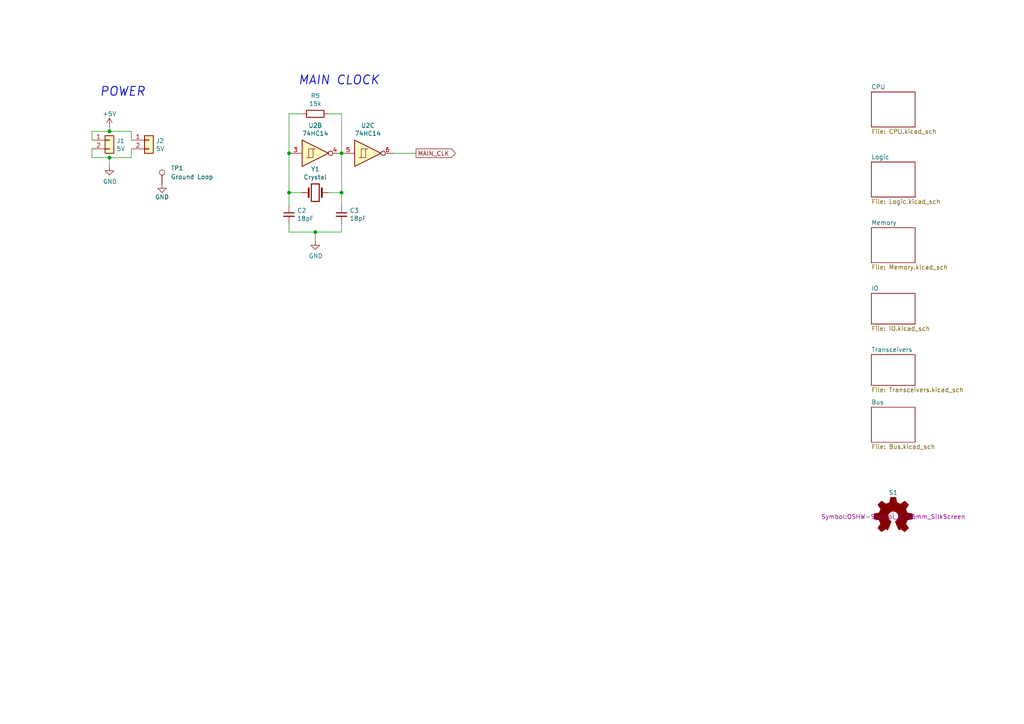
<source format=kicad_sch>
(kicad_sch (version 20231120) (generator "eeschema") (generator_version "8.0")
  (paper "A4")
  (title_block (title "k30p-VME") (rev "1"))
  (lib_symbols
    (symbol "74xx:74HC14" (pin_names (offset 1.016))
      (property "Reference" "U" (at 0 1.27 0))
      (property "Value" "74HC14" (at 0 -1.27 0))
      (symbol "74HC14_1_0"
        (polyline (pts (xy -3.81 3.81) (xy -3.81 -3.81) (xy 3.81 0) (xy -3.81 3.81)) (stroke (width 0.254)) (fill (type background)))
        (pin input line (at -7.62 0 0) (length 3.81) (name "~") (number "1"))
        (pin output inverted (at 7.62 0 180) (length 3.81) (name "~") (number "2"))
      )
      (symbol "74HC14_1_1"
        (polyline (pts (xy -1.905 -1.27) (xy -1.905 1.27) (xy -0.635 1.27)))
        (polyline (pts (xy -2.54 -1.27) (xy -0.635 -1.27) (xy -0.635 1.27) (xy 0 1.27)))
      )
      (symbol "74HC14_2_0"
        (polyline (pts (xy -3.81 3.81) (xy -3.81 -3.81) (xy 3.81 0) (xy -3.81 3.81)) (stroke (width 0.254)) (fill (type background)))
        (pin input line (at -7.62 0 0) (length 3.81) (name "~") (number "3"))
        (pin output inverted (at 7.62 0 180) (length 3.81) (name "~") (number "4"))
      )
      (symbol "74HC14_2_1"
        (polyline (pts (xy -1.905 -1.27) (xy -1.905 1.27) (xy -0.635 1.27)))
        (polyline (pts (xy -2.54 -1.27) (xy -0.635 -1.27) (xy -0.635 1.27) (xy 0 1.27)))
      )
      (symbol "74HC14_3_0"
        (polyline (pts (xy -3.81 3.81) (xy -3.81 -3.81) (xy 3.81 0) (xy -3.81 3.81)) (stroke (width 0.254)) (fill (type background)))
        (pin input line (at -7.62 0 0) (length 3.81) (name "~") (number "5"))
        (pin output inverted (at 7.62 0 180) (length 3.81) (name "~") (number "6"))
      )
      (symbol "74HC14_3_1"
        (polyline (pts (xy -1.905 -1.27) (xy -1.905 1.27) (xy -0.635 1.27)))
        (polyline (pts (xy -2.54 -1.27) (xy -0.635 -1.27) (xy -0.635 1.27) (xy 0 1.27)))
      )
      (symbol "74HC14_4_0"
        (polyline (pts (xy -3.81 3.81) (xy -3.81 -3.81) (xy 3.81 0) (xy -3.81 3.81)) (stroke (width 0.254)) (fill (type background)))
        (pin output inverted (at 7.62 0 180) (length 3.81) (name "~") (number "8"))
        (pin input line (at -7.62 0 0) (length 3.81) (name "~") (number "9"))
      )
      (symbol "74HC14_4_1"
        (polyline (pts (xy -1.905 -1.27) (xy -1.905 1.27) (xy -0.635 1.27)))
        (polyline (pts (xy -2.54 -1.27) (xy -0.635 -1.27) (xy -0.635 1.27) (xy 0 1.27)))
      )
      (symbol "74HC14_5_0"
        (polyline (pts (xy -3.81 3.81) (xy -3.81 -3.81) (xy 3.81 0) (xy -3.81 3.81)) (stroke (width 0.254)) (fill (type background)))
        (pin output inverted (at 7.62 0 180) (length 3.81) (name "~") (number "10"))
        (pin input line (at -7.62 0 0) (length 3.81) (name "~") (number "11"))
      )
      (symbol "74HC14_5_1"
        (polyline (pts (xy -1.905 -1.27) (xy -1.905 1.27) (xy -0.635 1.27)))
        (polyline (pts (xy -2.54 -1.27) (xy -0.635 -1.27) (xy -0.635 1.27) (xy 0 1.27)))
      )
      (symbol "74HC14_6_0"
        (polyline (pts (xy -3.81 3.81) (xy -3.81 -3.81) (xy 3.81 0) (xy -3.81 3.81)) (stroke (width 0.254)) (fill (type background)))
        (pin output inverted (at 7.62 0 180) (length 3.81) (name "~") (number "12"))
        (pin input line (at -7.62 0 0) (length 3.81) (name "~") (number "13"))
      )
      (symbol "74HC14_6_1"
        (polyline (pts (xy -1.905 -1.27) (xy -1.905 1.27) (xy -0.635 1.27)))
        (polyline (pts (xy -2.54 -1.27) (xy -0.635 -1.27) (xy -0.635 1.27) (xy 0 1.27)))
      )
      (symbol "74HC14_7_0"
        (pin power_in line (at 0 12.7 270) (length 5.08) (name "VCC") (number "14"))
        (pin power_in line (at 0 -12.7 90) (length 5.08) (name "GND") (number "7"))
      )
      (symbol "74HC14_7_1"
        (rectangle (start -5.08 7.62) (end 5.08 -7.62) (stroke (width 0.254)) (fill (type background)))
      )
    )
    (symbol "Connector:TestPoint" (pin_numbers hide) (pin_names (offset 0.762) hide)
      (property "Reference" "TP" (at 0 6.858 0))
      (property "Value" "TestPoint" (at 0 5.08 0))
      (symbol "TestPoint_0_1"
        (circle (center 0 3.302) (radius 0.762))
      )
      (symbol "TestPoint_1_1"
        (pin passive line (at 0 0 90) (length 2.54) (name "1") (number "1"))
      )
    )
    (symbol "Connector_Generic:Conn_01x02" (pin_names (offset 1.016) hide)
      (property "Reference" "J" (at 0 2.54 0))
      (property "Value" "Conn_01x02" (at 0 -5.08 0))
      (symbol "Conn_01x02_1_1"
        (rectangle (start -1.27 -2.413) (end 0 -2.667) (stroke (width 0.1524)))
        (rectangle (start -1.27 0.127) (end 0 -0.127) (stroke (width 0.1524)))
        (rectangle (start -1.27 1.27) (end 1.27 -3.81) (stroke (width 0.254)) (fill (type background)))
        (pin passive line (at -5.08 0 0) (length 3.81) (name "Pin_1") (number "1"))
        (pin passive line (at -5.08 -2.54 0) (length 3.81) (name "Pin_2") (number "2"))
      )
    )
    (symbol "Device:C_Small" (pin_numbers hide) (pin_names (offset 0.254) hide)
      (property "Reference" "C" (at 0.254 1.778 0))
      (property "Value" "C_Small" (at 0.254 -2.032 0))
      (symbol "C_Small_0_1"
        (polyline (pts (xy -1.524 -0.508) (xy 1.524 -0.508)) (stroke (width 0.3302)))
        (polyline (pts (xy -1.524 0.508) (xy 1.524 0.508)) (stroke (width 0.3048)))
      )
      (symbol "C_Small_1_1"
        (pin passive line (at 0 2.54 270) (length 2.032) (name "~") (number "1"))
        (pin passive line (at 0 -2.54 90) (length 2.032) (name "~") (number "2"))
      )
    )
    (symbol "Device:Crystal" (pin_numbers hide) (pin_names (offset 1.016) hide)
      (property "Reference" "Y" (at 0 3.81 0))
      (property "Value" "Crystal" (at 0 -3.81 0))
      (symbol "Crystal_0_1"
        (rectangle (start -1.143 2.54) (end 1.143 -2.54) (stroke (width 0.3048)))
        (polyline (pts (xy -2.54 0) (xy -1.905 0)))
        (polyline (pts (xy -1.905 -1.27) (xy -1.905 1.27)) (stroke (width 0.508)))
        (polyline (pts (xy 1.905 -1.27) (xy 1.905 1.27)) (stroke (width 0.508)))
        (polyline (pts (xy 2.54 0) (xy 1.905 0)))
      )
      (symbol "Crystal_1_1"
        (pin passive line (at -3.81 0 0) (length 1.27) (name "1") (number "1"))
        (pin passive line (at 3.81 0 180) (length 1.27) (name "2") (number "2"))
      )
    )
    (symbol "Device:R" (pin_numbers hide) (pin_names (offset 0))
      (property "Reference" "R" (at 2.032 0 90))
      (property "Value" "R" (at 0 0 90))
      (symbol "R_0_1"
        (rectangle (start -1.016 -2.54) (end 1.016 2.54) (stroke (width 0.254)))
      )
      (symbol "R_1_1"
        (pin passive line (at 0 3.81 270) (length 1.27) (name "~") (number "1"))
        (pin passive line (at 0 -3.81 90) (length 1.27) (name "~") (number "2"))
      )
    )
    (symbol "Graphic:Logo_Open_Hardware_Small" (in_bom no) (on_board no)
      (symbol "Logo_Open_Hardware_Small_0_1"
        (polyline (pts (xy 3.3528 -4.3434) (xy 3.302 -4.318) (xy 3.175 -4.2418) (xy 2.9972 -4.1148) (xy 2.7686 -3.9624) (xy 2.54 -3.81) (xy 2.3622 -3.7084) (xy 2.2352 -3.6068) (xy 2.1844 -3.5814) (xy 2.159 -3.6068) (xy 2.0574 -3.6576) (xy 1.905 -3.7338) (xy 1.8034 -3.7846) (xy 1.6764 -3.8354) (xy 1.6002 -3.8354) (xy 1.6002 -3.8354) (xy 1.5494 -3.7338) (xy 1.4732 -3.5306) (xy 1.3462 -3.302) (xy 1.2446 -3.0226) (xy 1.1176 -2.7178) (xy 0.9652 -2.413) (xy 0.8636 -2.1082) (xy 0.7366 -1.8288) (xy 0.6604 -1.6256) (xy 0.6096 -1.4732) (xy 0.5842 -1.397) (xy 0.5842 -1.397) (xy 0.6604 -1.3208) (xy 0.7874 -1.2446) (xy 1.0414 -1.016) (xy 1.2954 -0.6858) (xy 1.4478 -0.3302) (xy 1.524 0.0762) (xy 1.4732 0.4572) (xy 1.3208 0.8128) (xy 1.0668 1.143) (xy 0.762 1.3716) (xy 0.4064 1.524) (xy 0 1.5748) (xy -0.381 1.5494) (xy -0.7366 1.397) (xy -1.0668 1.143) (xy -1.2192 0.9906) (xy -1.397 0.6604) (xy -1.524 0.3048) (xy -1.524 0.2286) (xy -1.4986 -0.1778) (xy -1.397 -0.5334) (xy -1.1938 -0.8636) (xy -0.9144 -1.143) (xy -0.8636 -1.1684) (xy -0.7366 -1.27) (xy -0.635 -1.3462) (xy -0.5842 -1.397) (xy -1.0668 -2.5908) (xy -1.143 -2.794) (xy -1.2954 -3.1242) (xy -1.397 -3.4036) (xy -1.4986 -3.6322) (xy -1.5748 -3.7846) (xy -1.6002 -3.8354) (xy -1.6002 -3.8354) (xy -1.651 -3.8354) (xy -1.7272 -3.81) (xy -1.905 -3.7338) (xy -2.0066 -3.683) (xy -2.1336 -3.6068) (xy -2.2098 -3.5814) (xy -2.2606 -3.6068) (xy -2.3622 -3.683) (xy -2.54 -3.81) (xy -2.7686 -3.9624) (xy -2.9718 -4.0894) (xy -3.1496 -4.2164) (xy -3.302 -4.318) (xy -3.3528 -4.3434) (xy -3.3782 -4.3434) (xy -3.429 -4.318) (xy -3.5306 -4.2164) (xy -3.7084 -4.064) (xy -3.937 -3.8354) (xy -3.9624 -3.81) (xy -4.1656 -3.6068) (xy -4.318 -3.4544) (xy -4.4196 -3.3274) (xy -4.445 -3.2766) (xy -4.445 -3.2766) (xy -4.4196 -3.2258) (xy -4.318 -3.0734) (xy -4.2164 -2.8956) (xy -4.064 -2.667) (xy -3.6576 -2.0828) (xy -3.8862 -1.5494) (xy -3.937 -1.3716) (xy -4.0386 -1.1684) (xy -4.0894 -1.0414) (xy -4.1148 -0.9652) (xy -4.191 -0.9398) (xy -4.318 -0.9144) (xy -4.5466 -0.8636) (xy -4.8006 -0.8128) (xy -5.0546 -0.7874) (xy -5.2578 -0.7366) (xy -5.4356 -0.7112) (xy -5.5118 -0.6858) (xy -5.5118 -0.6858) (xy -5.5372 -0.635) (xy -5.5372 -0.5588) (xy -5.5372 -0.4318) (xy -5.5626 -0.2286) (xy -5.5626 0.0762) (xy -5.5626 0.127) (xy -5.5372 0.4064) (xy -5.5372 0.635) (xy -5.5372 0.762) (xy -5.5372 0.8382) (xy -5.5372 0.8382) (xy -5.461 0.8382) (xy -5.3086 0.889) (xy -5.08 0.9144) (xy -4.826 0.9652) (xy -4.8006 0.9906) (xy -4.5466 1.0414) (xy -4.318 1.0668) (xy -4.1656 1.1176) (xy -4.0894 1.143) (xy -4.0894 1.143) (xy -4.0386 1.2446) (xy -3.9624 1.4224) (xy -3.8608 1.6256) (xy -3.7846 1.8288) (xy -3.7084 2.0066) (xy -3.6576 2.159) (xy -3.6322 2.2098) (xy -3.6322 2.2098) (xy -3.683 2.286) (xy -3.7592 2.413) (xy -3.8862 2.5908) (xy -4.064 2.8194) (xy -4.064 2.8448) (xy -4.2164 3.0734) (xy -4.3434 3.2512) (xy -4.4196 3.3782) (xy -4.445 3.4544) (xy -4.445 3.4544) (xy -4.3942 3.5052) (xy -4.2926 3.6322) (xy -4.1148 3.81) (xy -3.937 4.0132) (xy -3.8608 4.064) (xy -3.6576 4.2926) (xy -3.5052 4.4196) (xy -3.4036 4.4958) (xy -3.3528 4.5212) (xy -3.3528 4.5212) (xy -3.302 4.4704) (xy -3.1496 4.3688) (xy -2.9718 4.2418) (xy -2.7432 4.0894) (xy -2.7178 4.0894) (xy -2.4892 3.937) (xy -2.3114 3.81) (xy -2.1844 3.7084) (xy -2.1336 3.683) (xy -2.1082 3.683) (xy -2.032 3.7084) (xy -1.8542 3.7592) (xy -1.6764 3.8354) (xy -1.4732 3.937) (xy -1.27 4.0132) (xy -1.143 4.064) (xy -1.0668 4.1148) (xy -1.0668 4.1148) (xy -1.0414 4.191) (xy -1.016 4.3434) (xy -0.9652 4.572) (xy -0.9144 4.8514) (xy -0.889 4.9022) (xy -0.8382 5.1562) (xy -0.8128 5.3848) (xy -0.7874 5.5372) (xy -0.762 5.588) (xy -0.7112 5.6134) (xy -0.5842 5.6134) (xy -0.4064 5.6134) (xy -0.1524 5.6134) (xy 0.0762 5.6134) (xy 0.3302 5.6134) (xy 0.5334 5.6134) (xy 0.6858 5.588) (xy 0.7366 5.588) (xy 0.7366 5.588) (xy 0.762 5.5118) (xy 0.8128 5.334) (xy 0.8382 5.1054) (xy 0.9144 4.826) (xy 0.9144 4.7752) (xy 0.9652 4.5212) (xy 1.016 4.2926) (xy 1.0414 4.1402) (xy 1.0668 4.0894) (xy 1.0668 4.0894) (xy 1.1938 4.0386) (xy 1.3716 3.9624) (xy 1.5748 3.8608) (xy 2.0828 3.6576) (xy 2.7178 4.0894) (xy 2.7686 4.1402) (xy 2.9972 4.2926) (xy 3.175 4.4196) (xy 3.302 4.4958) (xy 3.3782 4.5212) (xy 3.3782 4.5212) (xy 3.429 4.4704) (xy 3.556 4.3434) (xy 3.7338 4.191) (xy 3.9116 3.9878) (xy 4.064 3.8354) (xy 4.2418 3.6576) (xy 4.3434 3.556) (xy 4.4196 3.4798) (xy 4.4196 3.429) (xy 4.4196 3.4036) (xy 4.3942 3.3274) (xy 4.2926 3.2004) (xy 4.1656 2.9972) (xy 4.0132 2.794) (xy 3.8862 2.5908) (xy 3.7592 2.3876) (xy 3.6576 2.2352) (xy 3.6322 2.159) (xy 3.6322 2.1336) (xy 3.683 2.0066) (xy 3.7592 1.8288) (xy 3.8608 1.6002) (xy 4.064 1.1176) (xy 4.3942 1.0414) (xy 4.5974 1.016) (xy 4.8768 0.9652) (xy 5.1308 0.9144) (xy 5.5372 0.8382) (xy 5.5626 -0.6604) (xy 5.4864 -0.6858) (xy 5.4356 -0.6858) (xy 5.2832 -0.7366) (xy 5.0546 -0.762) (xy 4.8006 -0.8128) (xy 4.5974 -0.8636) (xy 4.3688 -0.9144) (xy 4.2164 -0.9398) (xy 4.1402 -0.9398) (xy 4.1148 -0.9652) (xy 4.064 -1.0668) (xy 3.9878 -1.2446) (xy 3.9116 -1.4478) (xy 3.81 -1.651) (xy 3.7338 -1.8542) (xy 3.683 -2.0066) (xy 3.6576 -2.0828) (xy 3.683 -2.1336) (xy 3.7846 -2.2606) (xy 3.8862 -2.4638) (xy 4.0386 -2.667) (xy 4.191 -2.8956) (xy 4.318 -3.0734) (xy 4.3942 -3.2004) (xy 4.445 -3.2766) (xy 4.4196 -3.3274) (xy 4.3434 -3.429) (xy 4.1656 -3.5814) (xy 3.937 -3.8354) (xy 3.8862 -3.8608) (xy 3.683 -4.064) (xy 3.5306 -4.2164) (xy 3.4036 -4.318) (xy 3.3528 -4.3434)) (fill (type outline)))
      )
    )
    (symbol "power:+5V" (power) (pin_names (offset 0))
      (property "Value" "+5V" (at 0 3.556 0))
      (symbol "+5V_0_1"
        (polyline (pts (xy -0.762 1.27) (xy 0 2.54)))
        (polyline (pts (xy 0 0) (xy 0 2.54)))
        (polyline (pts (xy 0 2.54) (xy 0.762 1.27)))
      )
      (symbol "+5V_1_1"
        (pin power_in line (at 0 0 90) (length 0) hide (name "+5V") (number "1"))
      )
    )
    (symbol "power:GND" (power) (pin_numbers hide) (pin_names (offset 0) hide)
      (property "Value" "GND" (at 0 -3.81 0))
      (symbol "GND_0_1"
        (polyline (pts (xy 0 0) (xy 0 -1.27) (xy 1.27 -1.27) (xy 0 -2.54) (xy -1.27 -1.27) (xy 0 -1.27)))
      )
      (symbol "GND_1_1"
        (pin power_in line (at 0 0 270) (length 0) (name "~") (number "1"))
      )
    )
  )
  (junction (at 99.06 44.45))
  (junction (at 31.75 45.72))
  (junction (at 99.06 55.88))
  (junction (at 91.44 67.31))
  (junction (at 83.82 44.45))
  (junction (at 83.82 55.88))
  (junction (at 31.75 38.1))
  (wire (pts (xy 31.75 38.1) (xy 38.1 38.1)))
  (wire (pts (xy 26.67 38.1) (xy 31.75 38.1)))
  (wire (pts (xy 99.06 44.45) (xy 99.06 55.88)))
  (wire (pts (xy 38.1 40.64) (xy 38.1 38.1)))
  (wire (pts (xy 31.75 45.72) (xy 38.1 45.72)))
  (wire (pts (xy 26.67 45.72) (xy 26.67 43.18)))
  (wire (pts (xy 91.44 67.31) (xy 99.06 67.31)))
  (wire (pts (xy 91.44 67.31) (xy 91.44 69.85)))
  (wire (pts (xy 83.82 55.88) (xy 83.82 59.69)))
  (wire (pts (xy 83.82 44.45) (xy 83.82 55.88)))
  (wire (pts (xy 83.82 67.31) (xy 83.82 64.77)))
  (wire (pts (xy 83.82 33.02) (xy 83.82 44.45)))
  (wire (pts (xy 31.75 48.26) (xy 31.75 45.72)))
  (wire (pts (xy 83.82 55.88) (xy 87.63 55.88)))
  (wire (pts (xy 83.82 67.31) (xy 91.44 67.31)))
  (wire (pts (xy 114.3 44.45) (xy 120.65 44.45)))
  (wire (pts (xy 95.25 55.88) (xy 99.06 55.88)))
  (wire (pts (xy 95.25 33.02) (xy 99.06 33.02)))
  (wire (pts (xy 99.06 55.88) (xy 99.06 59.69)))
  (wire (pts (xy 31.75 38.1) (xy 31.75 36.83)))
  (wire (pts (xy 38.1 43.18) (xy 38.1 45.72)))
  (wire (pts (xy 99.06 33.02) (xy 99.06 44.45)))
  (wire (pts (xy 87.63 33.02) (xy 83.82 33.02)))
  (wire (pts (xy 26.67 38.1) (xy 26.67 40.64)))
  (wire (pts (xy 99.06 64.77) (xy 99.06 67.31)))
  (wire (pts (xy 26.67 45.72) (xy 31.75 45.72)))
  (text "MAIN CLOCK" (at 98.298 24.892 0) (effects (font (size 2.56 2.56) (thickness 0.254) (bold yes) (italic yes)) (justify bottom)))
  (text "POWER\n" (at 35.56 28.194 0) (effects (font (size 2.56 2.56) (thickness 0.254) (bold yes) (italic yes)) (justify bottom)))
  (global_label "MAIN_CLK" (shape output) (at 120.65 44.45 0) (property "Intersheetrefs" "${INTERSHEET_REFS}" (effects (hide yes))))
  (symbol (lib_id "Device:C_Small") (at 83.82 62.23 0) (unit 1)
    (property "Reference" "C2" (at 86.1568 61.0616 0) (effects (justify left)))
    (property "Value" "18pF" (at 86.1568 63.373 0) (effects (justify left)))
    (property "Footprint" "Capacitor_THT:C_Disc_D3.0mm_W2.0mm_P2.50mm" (effects (hide yes)))
  )
  (symbol (lib_id "Connector:TestPoint") (at 46.99 53.34 0) (unit 1)
    (property "Reference" "TP1" (at 49.53 48.768 0) (effects (justify left)))
    (property "Value" "Ground Loop" (at 49.53 51.308 0) (effects (justify left)))
    (property "Footprint" "TestPoint:TestPoint_Loop_D2.60mm_Drill1.6mm_Beaded" (effects (hide yes)))
  )
  (symbol (lib_id "Connector_Generic:Conn_01x02") (at 43.18 40.64 0) (unit 1)
    (property "Reference" "J2" (at 45.212 40.8432 0) (effects (justify left)))
    (property "Value" "5V" (at 45.212 43.1546 0) (effects (justify left)))
    (property "Footprint" "Connector_PinHeader_2.54mm:PinHeader_1x02_P2.54mm_Vertical" (effects (hide yes)))
  )
  (symbol (lib_id "74xx:74HC14") (at 91.44 44.45 0) (unit 2)
    (property "Reference" "U2" (at 91.44 36.3982 0))
    (property "Value" "74HC14" (at 91.44 38.7096 0))
    (property "Footprint" "Package_SO:TSSOP-14_4.4x5mm_P0.65mm" (effects (hide yes)))
    (property "Datasheet" "http://www.ti.com/lit/gpn/sn74HC14" (effects (hide yes)))
  )
  (symbol (lib_id "power:GND") (at 91.44 69.85 0) (unit 1)
    (property "Reference" "#PWR012" (effects (hide yes)))
    (property "Value" "GND" (at 91.567 74.2442 0))
  )
  (symbol (lib_id "Device:Crystal") (at 91.44 55.88 0) (unit 1)
    (property "Reference" "Y1" (at 91.44 49.0728 0))
    (property "Value" "Crystal" (at 91.44 51.3842 0))
    (property "Footprint" "Crystal:Crystal_HC49-4H_Vertical" (effects (hide yes)))
  )
  (symbol (lib_id "Device:C_Small") (at 99.06 62.23 0) (unit 1)
    (property "Reference" "C3" (at 101.3968 61.0616 0) (effects (justify left)))
    (property "Value" "18pF" (at 101.3968 63.373 0) (effects (justify left)))
    (property "Footprint" "Capacitor_THT:C_Disc_D3.0mm_W2.0mm_P2.50mm" (effects (hide yes)))
  )
  (symbol (lib_id "74xx:74HC14") (at 106.68 44.45 0) (unit 3)
    (property "Reference" "U2" (at 106.68 36.3982 0))
    (property "Value" "74HC14" (at 106.68 38.7096 0))
    (property "Footprint" "Package_SO:TSSOP-14_4.4x5mm_P0.65mm" (effects (hide yes)))
    (property "Datasheet" "http://www.ti.com/lit/gpn/sn74HC14" (effects (hide yes)))
  )
  (symbol (lib_id "Device:R") (at 91.44 33.02 270) (unit 1)
    (property "Reference" "R5" (at 91.44 27.7622 90))
    (property "Value" "15k" (at 91.44 30.0736 90))
    (property "Footprint" "Resistor_SMD:R_0805_2012Metric_Pad1.20x1.40mm_HandSolder" (effects (hide yes)))
  )
  (symbol (lib_id "power:+5V") (at 31.75 36.83 0) (unit 1)
    (property "Reference" "#PWR01" (effects (hide yes)))
    (property "Value" "+5V" (at 31.75 33.02 0))
  )
  (symbol (lib_id "power:GND") (at 46.99 53.34 0) (unit 1)
    (property "Reference" "#PWR03" (effects (hide yes)))
    (property "Value" "GND" (at 46.99 57.15 0))
    (property "Description" "Power symbol creates a global label with name \"GND\" , ground" (effects (hide yes)))
  )
  (symbol (lib_id "Connector_Generic:Conn_01x02") (at 31.75 40.64 0) (unit 1)
    (property "Reference" "J1" (at 33.782 40.8432 0) (effects (justify left)))
    (property "Value" "5V" (at 33.782 43.1546 0) (effects (justify left)))
    (property "Footprint" "Connector_PinHeader_2.54mm:PinHeader_1x02_P2.54mm_Vertical" (effects (hide yes)))
  )
  (symbol (lib_id "Graphic:Logo_Open_Hardware_Small") (at 259.08 149.86 0) (unit 1) (exclude_from_sim yes)
    (property "Reference" "S1" (at 259.08 142.875 0))
    (property "Value" "Logo_Open_Hardware_Small" (effects (hide yes)))
    (property "Footprint" "Symbol:OSHW-Symbol_6.7x6mm_SilkScreen" (at 259.08 149.86 0))
  )
  (symbol (lib_id "power:GND") (at 31.75 48.26 0) (unit 1)
    (property "Reference" "#PWR02" (effects (hide yes)))
    (property "Value" "GND" (at 31.877 52.6542 0))
    (property "Description" "Power symbol creates a global label with name \"GND\" , ground" (effects (hide yes)))
  )
  (sheet (at 252.73 118.11) (size 12.7 10.16) (stroke (width 0.1524))
    (property "Sheetname" "Bus" (at 252.73 117.3984 0) (effects (justify left bottom)))
    (property "Sheetfile" "Bus.kicad_sch" (at 252.73 128.8546 0) (effects (justify left top)))
  )
  (sheet (at 252.73 85.09) (size 12.7 8.89) (stroke (width 0.1524))
    (property "Sheetname" "IO" (at 252.73 84.3784 0) (effects (justify left bottom)))
    (property "Sheetfile" "IO.kicad_sch" (at 252.73 94.5646 0) (effects (justify left top)))
  )
  (sheet (at 252.73 66.04) (size 12.7 10.16) (stroke (width 0.1524))
    (property "Sheetname" "Memory" (at 252.73 65.3284 0) (effects (justify left bottom)))
    (property "Sheetfile" "Memory.kicad_sch" (at 252.73 76.7846 0) (effects (justify left top)))
  )
  (sheet (at 252.73 46.99) (size 12.7 10.16) (stroke (width 0.1524))
    (property "Sheetname" "Logic" (at 252.73 46.2784 0) (effects (justify left bottom)))
    (property "Sheetfile" "Logic.kicad_sch" (at 252.73 57.7346 0) (effects (justify left top)))
  )
  (sheet (at 252.73 102.87) (size 12.7 8.89) (stroke (width 0.1524))
    (property "Sheetname" "Transceivers" (at 252.73 102.1584 0) (effects (justify left bottom)))
    (property "Sheetfile" "Transceivers.kicad_sch" (at 252.73 112.3446 0) (effects (justify left top)))
  )
  (sheet (at 252.73 26.67) (size 12.7 10.16) (stroke (width 0.1524))
    (property "Sheetname" "CPU" (at 252.73 25.9584 0) (effects (justify left bottom)))
    (property "Sheetfile" "CPU.kicad_sch" (at 252.73 37.4146 0) (effects (justify left top)))
  )
)
</source>
